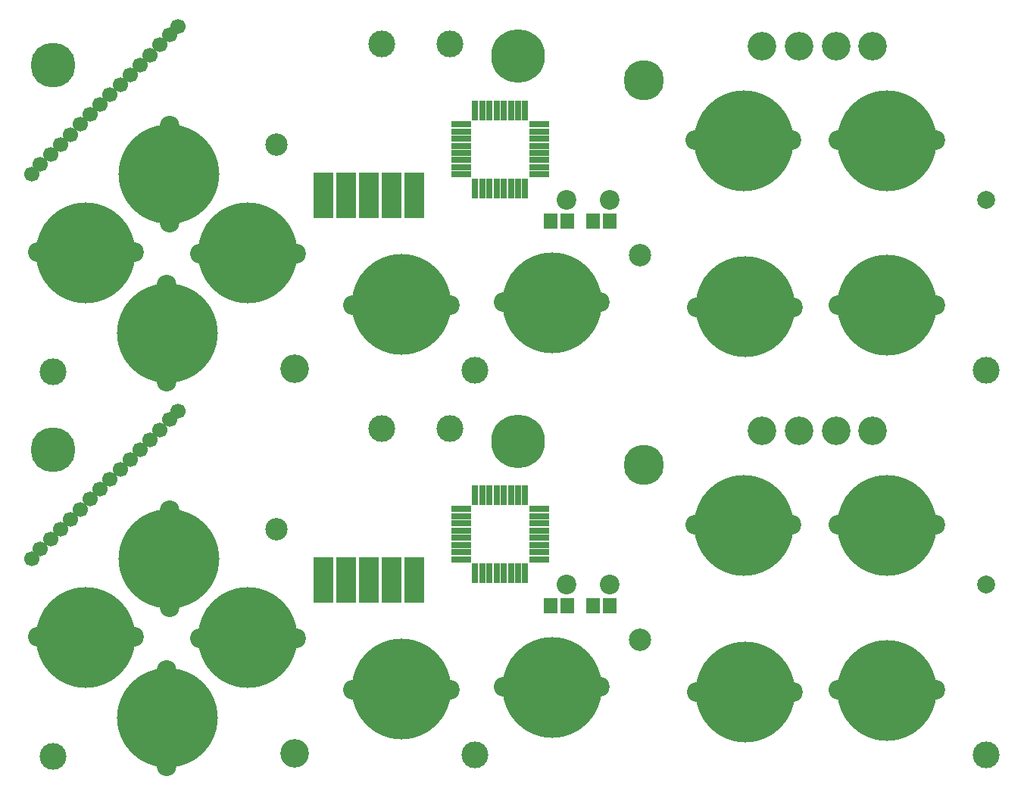
<source format=gts>
G04 DipTrace 3.3.1.3*
G04 top_mask_dendy_gamepad_Remastered_rev2.8.gts*
%MOMM*%
G04 #@! TF.FileFunction,Soldermask,Top*
G04 #@! TF.Part,Single*
%AMOUTLINE4*
4,1,4,
0.35,-1.1,
-0.35,-1.1,
-0.35,1.1,
0.35,1.1,
0.35,-1.1,
0*%
%AMOUTLINE7*
4,1,4,
-1.1,-0.35,
-1.1,0.35,
1.1,0.35,
1.1,-0.35,
-1.1,-0.35,
0*%
%ADD22O,11.11374X11.2712*%
%ADD25O,11.2712X11.11374*%
%ADD26C,3.0*%
%ADD31C,5.0*%
%ADD32C,6.0*%
%ADD33C,2.5*%
%ADD34C,2.0*%
%ADD35C,4.5*%
%ADD40C,3.2*%
%ADD42R,2.2X5.2*%
%ADD44C,1.7*%
%ADD46C,3.2*%
%ADD48R,1.5X1.7*%
%ADD50C,2.2*%
%ADD58OUTLINE4*%
%ADD61OUTLINE7*%
%FSLAX35Y35*%
G04*
G71*
G90*
G75*
G01*
G04 TopMask*
%LPD*%
D22*
X10668830Y2071650D3*
D50*
X10129080Y2079613D3*
X11208580D3*
D22*
X9081263Y2055777D3*
D50*
X9621013Y2047813D3*
X8541513D3*
D48*
X6906117Y3016337D3*
X7096117D3*
X7382420Y3016357D3*
X7572420D3*
D25*
X2627350Y1762007D3*
D50*
X2619387Y1222257D3*
Y2301757D3*
D26*
X11780253Y1349310D3*
D31*
X1349297Y4762740D3*
D26*
X1349283Y1333410D3*
X6064683Y1349310D3*
D32*
X6540997Y4858000D3*
D26*
X5016783Y5000910D3*
X5778883D3*
D33*
X7906383Y2635310D3*
X3841983Y3873710D3*
D34*
X11780283Y3254510D3*
D35*
X7953983Y4588110D3*
D22*
X1714390Y2659087D3*
D50*
X1174640Y2667050D3*
X2254140D3*
D46*
X10097330Y4969187D3*
X10510123D3*
D44*
X1206393Y3651403D3*
X1428667Y3873677D3*
X1539803Y3984813D3*
X1984350Y4429360D3*
X1762077Y4207087D3*
X1873213Y4318223D3*
X2095487Y4540497D3*
X2206623Y4651633D3*
X2317760Y4762770D3*
X1650940Y4095950D3*
X2428897Y4873907D3*
X2540033Y4985043D3*
X1111133Y3540267D3*
X2651170Y5096180D3*
D46*
X9684537Y4969187D3*
D44*
X2746430Y5191440D3*
D46*
X9271740Y4969167D3*
D42*
X5381957Y3302117D3*
X5127957D3*
X4873957D3*
X4619957D3*
X4365850D3*
D40*
X4048320Y1365183D3*
D44*
X1317530Y3762540D3*
D22*
X3524430Y2659090D3*
D50*
X4064180Y2651127D3*
X2984680D3*
D22*
X5239110Y2087530D3*
D50*
X5778860Y2079567D3*
X4699360D3*
D22*
X6921937Y2103403D3*
D50*
X6382187Y2111367D3*
X7461687D3*
D22*
X10668830Y3913343D3*
D50*
X10129080Y3921307D3*
X11208580D3*
D22*
X9065287Y3913343D3*
D50*
X8525537Y3921307D3*
X9605037D3*
D58*
X6064657Y3381520D3*
X6144657D3*
X6224657D3*
X6304657D3*
X6384657D3*
X6464657D3*
X6544657D3*
X6624657D3*
D61*
X6780533Y3537397D3*
Y3617397D3*
Y3697397D3*
Y3777397D3*
Y3857397D3*
Y3937397D3*
Y4017397D3*
Y4097397D3*
D58*
X6624657Y4253273D3*
X6544657D3*
X6464657D3*
X6384657D3*
X6304657D3*
X6224657D3*
X6144657D3*
X6064657D3*
D61*
X5908780Y4097397D3*
Y4017397D3*
Y3937397D3*
Y3857397D3*
Y3777397D3*
Y3697397D3*
Y3617397D3*
Y3537397D3*
D25*
X2643223Y3540293D3*
D50*
X2651187Y4080043D3*
Y3000543D3*
X7572943Y3254507D3*
X7090343D3*
D22*
X10668830Y6374247D3*
D50*
X10129080Y6382210D3*
X11208580D3*
D22*
X9081263Y6358373D3*
D50*
X9621013Y6350410D3*
X8541513D3*
D48*
X6906117Y7318933D3*
X7096117D3*
X7382420Y7318953D3*
X7572420D3*
D25*
X2627350Y6064603D3*
D50*
X2619387Y5524853D3*
Y6604353D3*
D26*
X11780253Y5651907D3*
D31*
X1349297Y9065337D3*
D26*
X1349283Y5636007D3*
X6064683Y5651907D3*
D32*
X6540997Y9160597D3*
D26*
X5016783Y9303507D3*
X5778883D3*
D33*
X7906383Y6937907D3*
X3841983Y8176307D3*
D34*
X11780283Y7557107D3*
D35*
X7953983Y8890707D3*
D22*
X1714390Y6961683D3*
D50*
X1174640Y6969647D3*
X2254140D3*
D46*
X10097330Y9271783D3*
X10510123D3*
D44*
X1206393Y7954000D3*
X1428667Y8176273D3*
X1539803Y8287410D3*
X1984350Y8731957D3*
X1762077Y8509683D3*
X1873213Y8620820D3*
X2095487Y8843093D3*
X2206623Y8954230D3*
X2317760Y9065367D3*
X1650940Y8398547D3*
X2428897Y9176503D3*
X2540033Y9287640D3*
X1111133Y7842863D3*
X2651170Y9398777D3*
D46*
X9684537Y9271783D3*
D44*
X2746430Y9494037D3*
D46*
X9271740Y9271763D3*
D42*
X5381957Y7604713D3*
X5127957D3*
X4873957D3*
X4619957D3*
X4365850D3*
D40*
X4048320Y5667780D3*
D44*
X1317530Y8065137D3*
D22*
X3524430Y6961687D3*
D50*
X4064180Y6953723D3*
X2984680D3*
D22*
X5239110Y6390127D3*
D50*
X5778860Y6382163D3*
X4699360D3*
D22*
X6921937Y6406000D3*
D50*
X6382187Y6413963D3*
X7461687D3*
D22*
X10668830Y8215940D3*
D50*
X10129080Y8223903D3*
X11208580D3*
D22*
X9065287Y8215940D3*
D50*
X8525537Y8223903D3*
X9605037D3*
D58*
X6064657Y7684117D3*
X6144657D3*
X6224657D3*
X6304657D3*
X6384657D3*
X6464657D3*
X6544657D3*
X6624657D3*
D61*
X6780533Y7839993D3*
Y7919993D3*
Y7999993D3*
Y8079993D3*
Y8159993D3*
Y8239993D3*
Y8319993D3*
Y8399993D3*
D58*
X6624657Y8555870D3*
X6544657D3*
X6464657D3*
X6384657D3*
X6304657D3*
X6224657D3*
X6144657D3*
X6064657D3*
D61*
X5908780Y8399993D3*
Y8319993D3*
Y8239993D3*
Y8159993D3*
Y8079993D3*
Y7999993D3*
Y7919993D3*
Y7839993D3*
D25*
X2643223Y7842890D3*
D50*
X2651187Y8382640D3*
Y7303140D3*
X7572943Y7557103D3*
X7090343D3*
M02*

</source>
